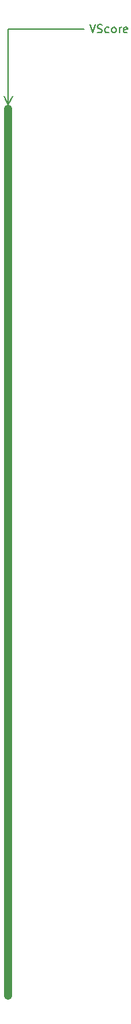
<source format=gbr>
G04 #@! TF.GenerationSoftware,KiCad,Pcbnew,8.0.2-1*
G04 #@! TF.CreationDate,2024-06-17T10:00:26+02:00*
G04 #@! TF.ProjectId,7555,37353535-2e6b-4696-9361-645f70636258,rev?*
G04 #@! TF.SameCoordinates,Original*
G04 #@! TF.FileFunction,Other,User*
%FSLAX46Y46*%
G04 Gerber Fmt 4.6, Leading zero omitted, Abs format (unit mm)*
G04 Created by KiCad (PCBNEW 8.0.2-1) date 2024-06-17 10:00:26*
%MOMM*%
%LPD*%
G01*
G04 APERTURE LIST*
%ADD10C,1.000000*%
%ADD11C,0.150000*%
G04 APERTURE END LIST*
D10*
X90500000Y-50000000D02*
X90500000Y-161000000D01*
D11*
X100771428Y-39454819D02*
X101104761Y-40454819D01*
X101104761Y-40454819D02*
X101438094Y-39454819D01*
X101723809Y-40407200D02*
X101866666Y-40454819D01*
X101866666Y-40454819D02*
X102104761Y-40454819D01*
X102104761Y-40454819D02*
X102199999Y-40407200D01*
X102199999Y-40407200D02*
X102247618Y-40359580D01*
X102247618Y-40359580D02*
X102295237Y-40264342D01*
X102295237Y-40264342D02*
X102295237Y-40169104D01*
X102295237Y-40169104D02*
X102247618Y-40073866D01*
X102247618Y-40073866D02*
X102199999Y-40026247D01*
X102199999Y-40026247D02*
X102104761Y-39978628D01*
X102104761Y-39978628D02*
X101914285Y-39931009D01*
X101914285Y-39931009D02*
X101819047Y-39883390D01*
X101819047Y-39883390D02*
X101771428Y-39835771D01*
X101771428Y-39835771D02*
X101723809Y-39740533D01*
X101723809Y-39740533D02*
X101723809Y-39645295D01*
X101723809Y-39645295D02*
X101771428Y-39550057D01*
X101771428Y-39550057D02*
X101819047Y-39502438D01*
X101819047Y-39502438D02*
X101914285Y-39454819D01*
X101914285Y-39454819D02*
X102152380Y-39454819D01*
X102152380Y-39454819D02*
X102295237Y-39502438D01*
X103152380Y-40407200D02*
X103057142Y-40454819D01*
X103057142Y-40454819D02*
X102866666Y-40454819D01*
X102866666Y-40454819D02*
X102771428Y-40407200D01*
X102771428Y-40407200D02*
X102723809Y-40359580D01*
X102723809Y-40359580D02*
X102676190Y-40264342D01*
X102676190Y-40264342D02*
X102676190Y-39978628D01*
X102676190Y-39978628D02*
X102723809Y-39883390D01*
X102723809Y-39883390D02*
X102771428Y-39835771D01*
X102771428Y-39835771D02*
X102866666Y-39788152D01*
X102866666Y-39788152D02*
X103057142Y-39788152D01*
X103057142Y-39788152D02*
X103152380Y-39835771D01*
X103723809Y-40454819D02*
X103628571Y-40407200D01*
X103628571Y-40407200D02*
X103580952Y-40359580D01*
X103580952Y-40359580D02*
X103533333Y-40264342D01*
X103533333Y-40264342D02*
X103533333Y-39978628D01*
X103533333Y-39978628D02*
X103580952Y-39883390D01*
X103580952Y-39883390D02*
X103628571Y-39835771D01*
X103628571Y-39835771D02*
X103723809Y-39788152D01*
X103723809Y-39788152D02*
X103866666Y-39788152D01*
X103866666Y-39788152D02*
X103961904Y-39835771D01*
X103961904Y-39835771D02*
X104009523Y-39883390D01*
X104009523Y-39883390D02*
X104057142Y-39978628D01*
X104057142Y-39978628D02*
X104057142Y-40264342D01*
X104057142Y-40264342D02*
X104009523Y-40359580D01*
X104009523Y-40359580D02*
X103961904Y-40407200D01*
X103961904Y-40407200D02*
X103866666Y-40454819D01*
X103866666Y-40454819D02*
X103723809Y-40454819D01*
X104485714Y-40454819D02*
X104485714Y-39788152D01*
X104485714Y-39978628D02*
X104533333Y-39883390D01*
X104533333Y-39883390D02*
X104580952Y-39835771D01*
X104580952Y-39835771D02*
X104676190Y-39788152D01*
X104676190Y-39788152D02*
X104771428Y-39788152D01*
X105485714Y-40407200D02*
X105390476Y-40454819D01*
X105390476Y-40454819D02*
X105200000Y-40454819D01*
X105200000Y-40454819D02*
X105104762Y-40407200D01*
X105104762Y-40407200D02*
X105057143Y-40311961D01*
X105057143Y-40311961D02*
X105057143Y-39931009D01*
X105057143Y-39931009D02*
X105104762Y-39835771D01*
X105104762Y-39835771D02*
X105200000Y-39788152D01*
X105200000Y-39788152D02*
X105390476Y-39788152D01*
X105390476Y-39788152D02*
X105485714Y-39835771D01*
X105485714Y-39835771D02*
X105533333Y-39931009D01*
X105533333Y-39931009D02*
X105533333Y-40026247D01*
X105533333Y-40026247D02*
X105057143Y-40121485D01*
X90500000Y-49500000D02*
X90500000Y-40000000D01*
X90500000Y-49500000D02*
X89913579Y-48373496D01*
X90500000Y-49500000D02*
X91086421Y-48373496D01*
X90500000Y-40000000D02*
X100051190Y-40000000D01*
X90500000Y-49500000D02*
X90500000Y-40000000D01*
X90500000Y-49500000D02*
X89913579Y-48373496D01*
X90500000Y-49500000D02*
X91086421Y-48373496D01*
X90500000Y-40000000D02*
X100051190Y-40000000D01*
M02*

</source>
